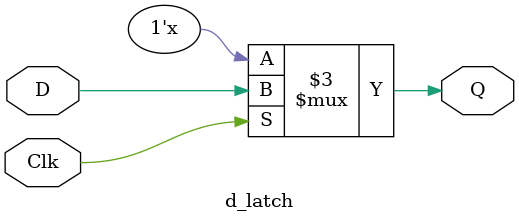
<source format=v>
module d_latch (
	input 	  Clk,
	input 	  D,
	output reg Q
);

	always @ (*) begin
		if(Clk) Q = D;
	end

endmodule
</source>
